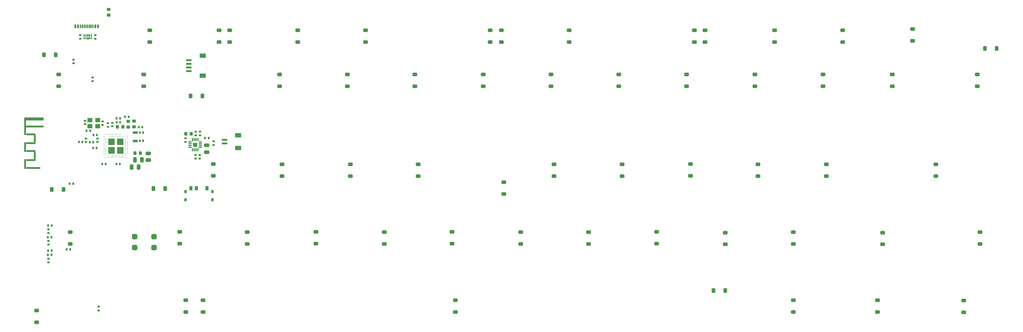
<source format=gbr>
%TF.GenerationSoftware,KiCad,Pcbnew,7.0.1-0*%
%TF.CreationDate,2023-08-05T13:33:11+05:30*%
%TF.ProjectId,Keyboard_60%,4b657962-6f61-4726-945f-3630252e6b69,rev?*%
%TF.SameCoordinates,Original*%
%TF.FileFunction,Paste,Bot*%
%TF.FilePolarity,Positive*%
%FSLAX46Y46*%
G04 Gerber Fmt 4.6, Leading zero omitted, Abs format (unit mm)*
G04 Created by KiCad (PCBNEW 7.0.1-0) date 2023-08-05 13:33:11*
%MOMM*%
%LPD*%
G01*
G04 APERTURE LIST*
G04 Aperture macros list*
%AMRoundRect*
0 Rectangle with rounded corners*
0 $1 Rounding radius*
0 $2 $3 $4 $5 $6 $7 $8 $9 X,Y pos of 4 corners*
0 Add a 4 corners polygon primitive as box body*
4,1,4,$2,$3,$4,$5,$6,$7,$8,$9,$2,$3,0*
0 Add four circle primitives for the rounded corners*
1,1,$1+$1,$2,$3*
1,1,$1+$1,$4,$5*
1,1,$1+$1,$6,$7*
1,1,$1+$1,$8,$9*
0 Add four rect primitives between the rounded corners*
20,1,$1+$1,$2,$3,$4,$5,0*
20,1,$1+$1,$4,$5,$6,$7,0*
20,1,$1+$1,$6,$7,$8,$9,0*
20,1,$1+$1,$8,$9,$2,$3,0*%
G04 Aperture macros list end*
%ADD10C,0.010000*%
%ADD11RoundRect,0.140000X-0.170000X0.140000X-0.170000X-0.140000X0.170000X-0.140000X0.170000X0.140000X0*%
%ADD12RoundRect,0.250000X0.400000X-0.250000X0.400000X0.250000X-0.400000X0.250000X-0.400000X-0.250000X0*%
%ADD13RoundRect,0.225000X0.225000X0.250000X-0.225000X0.250000X-0.225000X-0.250000X0.225000X-0.250000X0*%
%ADD14RoundRect,0.250000X-0.400000X0.250000X-0.400000X-0.250000X0.400000X-0.250000X0.400000X0.250000X0*%
%ADD15C,0.250000*%
%ADD16RoundRect,0.140000X0.140000X0.170000X-0.140000X0.170000X-0.140000X-0.170000X0.140000X-0.170000X0*%
%ADD17R,1.800000X1.200000*%
%ADD18R,1.550000X0.600000*%
%ADD19RoundRect,0.135000X0.185000X-0.135000X0.185000X0.135000X-0.185000X0.135000X-0.185000X-0.135000X0*%
%ADD20RoundRect,0.250000X-0.250000X-0.400000X0.250000X-0.400000X0.250000X0.400000X-0.250000X0.400000X0*%
%ADD21RoundRect,0.147500X0.147500X0.172500X-0.147500X0.172500X-0.147500X-0.172500X0.147500X-0.172500X0*%
%ADD22RoundRect,0.250000X0.250000X0.400000X-0.250000X0.400000X-0.250000X-0.400000X0.250000X-0.400000X0*%
%ADD23R,0.800000X0.950000*%
%ADD24R,0.900000X1.250000*%
%ADD25RoundRect,0.140000X-0.140000X-0.170000X0.140000X-0.170000X0.140000X0.170000X-0.140000X0.170000X0*%
%ADD26RoundRect,0.135000X-0.135000X-0.185000X0.135000X-0.185000X0.135000X0.185000X-0.135000X0.185000X0*%
%ADD27RoundRect,0.250000X-0.250000X-0.475000X0.250000X-0.475000X0.250000X0.475000X-0.250000X0.475000X0*%
%ADD28RoundRect,0.135000X-0.185000X0.135000X-0.185000X-0.135000X0.185000X-0.135000X0.185000X0.135000X0*%
%ADD29RoundRect,0.140000X0.170000X-0.140000X0.170000X0.140000X-0.170000X0.140000X-0.170000X-0.140000X0*%
%ADD30RoundRect,0.250000X-0.475000X0.250000X-0.475000X-0.250000X0.475000X-0.250000X0.475000X0.250000X0*%
%ADD31RoundRect,0.218750X-0.256250X0.218750X-0.256250X-0.218750X0.256250X-0.218750X0.256250X0.218750X0*%
%ADD32RoundRect,0.006000X0.094000X-0.276500X0.094000X0.276500X-0.094000X0.276500X-0.094000X-0.276500X0*%
%ADD33RoundRect,0.218750X0.256250X-0.218750X0.256250X0.218750X-0.256250X0.218750X-0.256250X-0.218750X0*%
%ADD34RoundRect,0.135000X0.135000X0.185000X-0.135000X0.185000X-0.135000X-0.185000X0.135000X-0.185000X0*%
%ADD35RoundRect,0.375000X0.375000X0.375000X-0.375000X0.375000X-0.375000X-0.375000X0.375000X-0.375000X0*%
%ADD36R,1.350000X0.650000*%
%ADD37R,1.400000X1.200000*%
%ADD38R,0.600000X1.140000*%
%ADD39R,0.300000X1.140000*%
%ADD40RoundRect,0.225000X-0.250000X0.225000X-0.250000X-0.225000X0.250000X-0.225000X0.250000X0.225000X0*%
%ADD41RoundRect,0.218750X0.218750X0.256250X-0.218750X0.256250X-0.218750X-0.256250X0.218750X-0.256250X0*%
%ADD42RoundRect,0.007800X0.422200X0.122200X-0.422200X0.122200X-0.422200X-0.122200X0.422200X-0.122200X0*%
%ADD43RoundRect,0.007800X0.122200X-0.422200X0.122200X0.422200X-0.122200X0.422200X-0.122200X-0.422200X0*%
%ADD44R,0.500000X5.000000*%
%ADD45R,0.500000X0.500000*%
%ADD46R,4.900000X0.500000*%
%ADD47R,2.640000X0.500000*%
%ADD48R,0.500000X2.000000*%
%ADD49R,0.500000X2.700000*%
%ADD50R,3.940000X0.500000*%
%ADD51R,4.900000X0.900000*%
%ADD52RoundRect,0.147500X-0.147500X-0.172500X0.147500X-0.172500X0.147500X0.172500X-0.147500X0.172500X0*%
G04 APERTURE END LIST*
%TO.C,U3*%
D10*
X28575000Y-42075000D02*
X26855000Y-42075000D01*
X26855000Y-40355000D01*
X28575000Y-40355000D01*
X28575000Y-42075000D01*
G36*
X28575000Y-42075000D02*
G01*
X26855000Y-42075000D01*
X26855000Y-40355000D01*
X28575000Y-40355000D01*
X28575000Y-42075000D01*
G37*
X28575000Y-39645000D02*
X26855000Y-39645000D01*
X26855000Y-37925000D01*
X28575000Y-37925000D01*
X28575000Y-39645000D01*
G36*
X28575000Y-39645000D02*
G01*
X26855000Y-39645000D01*
X26855000Y-37925000D01*
X28575000Y-37925000D01*
X28575000Y-39645000D01*
G37*
X26145000Y-42075000D02*
X24425000Y-42075000D01*
X24425000Y-40355000D01*
X26145000Y-40355000D01*
X26145000Y-42075000D01*
G36*
X26145000Y-42075000D02*
G01*
X24425000Y-42075000D01*
X24425000Y-40355000D01*
X26145000Y-40355000D01*
X26145000Y-42075000D01*
G37*
X26145000Y-39645000D02*
X24425000Y-39645000D01*
X24425000Y-37925000D01*
X26145000Y-37925000D01*
X26145000Y-39645000D01*
G36*
X26145000Y-39645000D02*
G01*
X24425000Y-39645000D01*
X24425000Y-37925000D01*
X26145000Y-37925000D01*
X26145000Y-39645000D01*
G37*
%TO.C,U4*%
X18823000Y-9603500D02*
X18825000Y-9603500D01*
X18828000Y-9604500D01*
X18830000Y-9604500D01*
X18833000Y-9605500D01*
X18835000Y-9606500D01*
X18838000Y-9607500D01*
X18840000Y-9609500D01*
X18842000Y-9610500D01*
X18844000Y-9612500D01*
X18846000Y-9613500D01*
X18848000Y-9615500D01*
X18850000Y-9617500D01*
X18852000Y-9619500D01*
X18854000Y-9621500D01*
X18855000Y-9623500D01*
X18857000Y-9625500D01*
X18858000Y-9627500D01*
X18860000Y-9629500D01*
X18861000Y-9632500D01*
X18862000Y-9634500D01*
X18863000Y-9637500D01*
X18863000Y-9639500D01*
X18864000Y-9642500D01*
X18864000Y-9644500D01*
X18865000Y-9647500D01*
X18865000Y-9649500D01*
X18865000Y-9652500D01*
X18865000Y-10117500D01*
X18865000Y-10120500D01*
X18865000Y-10122500D01*
X18864000Y-10125500D01*
X18864000Y-10127500D01*
X18863000Y-10130500D01*
X18863000Y-10132500D01*
X18862000Y-10135500D01*
X18861000Y-10137500D01*
X18860000Y-10140500D01*
X18858000Y-10142500D01*
X18857000Y-10144500D01*
X18855000Y-10146500D01*
X18854000Y-10148500D01*
X18852000Y-10150500D01*
X18850000Y-10152500D01*
X18848000Y-10154500D01*
X18846000Y-10156500D01*
X18844000Y-10157500D01*
X18842000Y-10159500D01*
X18840000Y-10160500D01*
X18838000Y-10162500D01*
X18835000Y-10163500D01*
X18833000Y-10164500D01*
X18830000Y-10165500D01*
X18828000Y-10165500D01*
X18825000Y-10166500D01*
X18823000Y-10166500D01*
X18820000Y-10167500D01*
X18818000Y-10167500D01*
X18815000Y-10167500D01*
X18555000Y-10167500D01*
X18552000Y-10167500D01*
X18550000Y-10167500D01*
X18547000Y-10166500D01*
X18545000Y-10166500D01*
X18542000Y-10165500D01*
X18540000Y-10165500D01*
X18537000Y-10164500D01*
X18535000Y-10163500D01*
X18532000Y-10162500D01*
X18530000Y-10160500D01*
X18528000Y-10159500D01*
X18526000Y-10157500D01*
X18524000Y-10156500D01*
X18522000Y-10154500D01*
X18520000Y-10152500D01*
X18518000Y-10150500D01*
X18516000Y-10148500D01*
X18515000Y-10146500D01*
X18513000Y-10144500D01*
X18512000Y-10142500D01*
X18510000Y-10140500D01*
X18509000Y-10137500D01*
X18508000Y-10135500D01*
X18507000Y-10132500D01*
X18507000Y-10130500D01*
X18506000Y-10127500D01*
X18506000Y-10125500D01*
X18505000Y-10122500D01*
X18505000Y-10120500D01*
X18505000Y-10117500D01*
X18505000Y-9652500D01*
X18505000Y-9649500D01*
X18505000Y-9647500D01*
X18506000Y-9644500D01*
X18506000Y-9642500D01*
X18507000Y-9639500D01*
X18507000Y-9637500D01*
X18508000Y-9634500D01*
X18509000Y-9632500D01*
X18510000Y-9629500D01*
X18512000Y-9627500D01*
X18513000Y-9625500D01*
X18515000Y-9623500D01*
X18516000Y-9621500D01*
X18518000Y-9619500D01*
X18520000Y-9617500D01*
X18522000Y-9615500D01*
X18524000Y-9613500D01*
X18526000Y-9612500D01*
X18528000Y-9610500D01*
X18530000Y-9609500D01*
X18532000Y-9607500D01*
X18535000Y-9606500D01*
X18537000Y-9605500D01*
X18540000Y-9604500D01*
X18542000Y-9604500D01*
X18545000Y-9603500D01*
X18547000Y-9603500D01*
X18550000Y-9602500D01*
X18552000Y-9602500D01*
X18555000Y-9602500D01*
X18815000Y-9602500D01*
X18818000Y-9602500D01*
X18820000Y-9602500D01*
X18823000Y-9603500D01*
G36*
X18823000Y-9603500D02*
G01*
X18825000Y-9603500D01*
X18828000Y-9604500D01*
X18830000Y-9604500D01*
X18833000Y-9605500D01*
X18835000Y-9606500D01*
X18838000Y-9607500D01*
X18840000Y-9609500D01*
X18842000Y-9610500D01*
X18844000Y-9612500D01*
X18846000Y-9613500D01*
X18848000Y-9615500D01*
X18850000Y-9617500D01*
X18852000Y-9619500D01*
X18854000Y-9621500D01*
X18855000Y-9623500D01*
X18857000Y-9625500D01*
X18858000Y-9627500D01*
X18860000Y-9629500D01*
X18861000Y-9632500D01*
X18862000Y-9634500D01*
X18863000Y-9637500D01*
X18863000Y-9639500D01*
X18864000Y-9642500D01*
X18864000Y-9644500D01*
X18865000Y-9647500D01*
X18865000Y-9649500D01*
X18865000Y-9652500D01*
X18865000Y-10117500D01*
X18865000Y-10120500D01*
X18865000Y-10122500D01*
X18864000Y-10125500D01*
X18864000Y-10127500D01*
X18863000Y-10130500D01*
X18863000Y-10132500D01*
X18862000Y-10135500D01*
X18861000Y-10137500D01*
X18860000Y-10140500D01*
X18858000Y-10142500D01*
X18857000Y-10144500D01*
X18855000Y-10146500D01*
X18854000Y-10148500D01*
X18852000Y-10150500D01*
X18850000Y-10152500D01*
X18848000Y-10154500D01*
X18846000Y-10156500D01*
X18844000Y-10157500D01*
X18842000Y-10159500D01*
X18840000Y-10160500D01*
X18838000Y-10162500D01*
X18835000Y-10163500D01*
X18833000Y-10164500D01*
X18830000Y-10165500D01*
X18828000Y-10165500D01*
X18825000Y-10166500D01*
X18823000Y-10166500D01*
X18820000Y-10167500D01*
X18818000Y-10167500D01*
X18815000Y-10167500D01*
X18555000Y-10167500D01*
X18552000Y-10167500D01*
X18550000Y-10167500D01*
X18547000Y-10166500D01*
X18545000Y-10166500D01*
X18542000Y-10165500D01*
X18540000Y-10165500D01*
X18537000Y-10164500D01*
X18535000Y-10163500D01*
X18532000Y-10162500D01*
X18530000Y-10160500D01*
X18528000Y-10159500D01*
X18526000Y-10157500D01*
X18524000Y-10156500D01*
X18522000Y-10154500D01*
X18520000Y-10152500D01*
X18518000Y-10150500D01*
X18516000Y-10148500D01*
X18515000Y-10146500D01*
X18513000Y-10144500D01*
X18512000Y-10142500D01*
X18510000Y-10140500D01*
X18509000Y-10137500D01*
X18508000Y-10135500D01*
X18507000Y-10132500D01*
X18507000Y-10130500D01*
X18506000Y-10127500D01*
X18506000Y-10125500D01*
X18505000Y-10122500D01*
X18505000Y-10120500D01*
X18505000Y-10117500D01*
X18505000Y-9652500D01*
X18505000Y-9649500D01*
X18505000Y-9647500D01*
X18506000Y-9644500D01*
X18506000Y-9642500D01*
X18507000Y-9639500D01*
X18507000Y-9637500D01*
X18508000Y-9634500D01*
X18509000Y-9632500D01*
X18510000Y-9629500D01*
X18512000Y-9627500D01*
X18513000Y-9625500D01*
X18515000Y-9623500D01*
X18516000Y-9621500D01*
X18518000Y-9619500D01*
X18520000Y-9617500D01*
X18522000Y-9615500D01*
X18524000Y-9613500D01*
X18526000Y-9612500D01*
X18528000Y-9610500D01*
X18530000Y-9609500D01*
X18532000Y-9607500D01*
X18535000Y-9606500D01*
X18537000Y-9605500D01*
X18540000Y-9604500D01*
X18542000Y-9604500D01*
X18545000Y-9603500D01*
X18547000Y-9603500D01*
X18550000Y-9602500D01*
X18552000Y-9602500D01*
X18555000Y-9602500D01*
X18815000Y-9602500D01*
X18818000Y-9602500D01*
X18820000Y-9602500D01*
X18823000Y-9603500D01*
G37*
X18823000Y-8768500D02*
X18825000Y-8768500D01*
X18828000Y-8769500D01*
X18830000Y-8769500D01*
X18833000Y-8770500D01*
X18835000Y-8771500D01*
X18838000Y-8772500D01*
X18840000Y-8774500D01*
X18842000Y-8775500D01*
X18844000Y-8777500D01*
X18846000Y-8778500D01*
X18848000Y-8780500D01*
X18850000Y-8782500D01*
X18852000Y-8784500D01*
X18854000Y-8786500D01*
X18855000Y-8788500D01*
X18857000Y-8790500D01*
X18858000Y-8792500D01*
X18860000Y-8794500D01*
X18861000Y-8797500D01*
X18862000Y-8799500D01*
X18863000Y-8802500D01*
X18863000Y-8804500D01*
X18864000Y-8807500D01*
X18864000Y-8809500D01*
X18865000Y-8812500D01*
X18865000Y-8814500D01*
X18865000Y-8817500D01*
X18865000Y-9282500D01*
X18865000Y-9285500D01*
X18865000Y-9287500D01*
X18864000Y-9290500D01*
X18864000Y-9292500D01*
X18863000Y-9295500D01*
X18863000Y-9297500D01*
X18862000Y-9300500D01*
X18861000Y-9302500D01*
X18860000Y-9305500D01*
X18858000Y-9307500D01*
X18857000Y-9309500D01*
X18855000Y-9311500D01*
X18854000Y-9313500D01*
X18852000Y-9315500D01*
X18850000Y-9317500D01*
X18848000Y-9319500D01*
X18846000Y-9321500D01*
X18844000Y-9322500D01*
X18842000Y-9324500D01*
X18840000Y-9325500D01*
X18838000Y-9327500D01*
X18835000Y-9328500D01*
X18833000Y-9329500D01*
X18830000Y-9330500D01*
X18828000Y-9330500D01*
X18825000Y-9331500D01*
X18823000Y-9331500D01*
X18820000Y-9332500D01*
X18818000Y-9332500D01*
X18815000Y-9332500D01*
X18555000Y-9332500D01*
X18552000Y-9332500D01*
X18550000Y-9332500D01*
X18547000Y-9331500D01*
X18545000Y-9331500D01*
X18542000Y-9330500D01*
X18540000Y-9330500D01*
X18537000Y-9329500D01*
X18535000Y-9328500D01*
X18532000Y-9327500D01*
X18530000Y-9325500D01*
X18528000Y-9324500D01*
X18526000Y-9322500D01*
X18524000Y-9321500D01*
X18522000Y-9319500D01*
X18520000Y-9317500D01*
X18518000Y-9315500D01*
X18516000Y-9313500D01*
X18515000Y-9311500D01*
X18513000Y-9309500D01*
X18512000Y-9307500D01*
X18510000Y-9305500D01*
X18509000Y-9302500D01*
X18508000Y-9300500D01*
X18507000Y-9297500D01*
X18507000Y-9295500D01*
X18506000Y-9292500D01*
X18506000Y-9290500D01*
X18505000Y-9287500D01*
X18505000Y-9285500D01*
X18505000Y-9282500D01*
X18505000Y-8817500D01*
X18505000Y-8814500D01*
X18505000Y-8812500D01*
X18506000Y-8809500D01*
X18506000Y-8807500D01*
X18507000Y-8804500D01*
X18507000Y-8802500D01*
X18508000Y-8799500D01*
X18509000Y-8797500D01*
X18510000Y-8794500D01*
X18512000Y-8792500D01*
X18513000Y-8790500D01*
X18515000Y-8788500D01*
X18516000Y-8786500D01*
X18518000Y-8784500D01*
X18520000Y-8782500D01*
X18522000Y-8780500D01*
X18524000Y-8778500D01*
X18526000Y-8777500D01*
X18528000Y-8775500D01*
X18530000Y-8774500D01*
X18532000Y-8772500D01*
X18535000Y-8771500D01*
X18537000Y-8770500D01*
X18540000Y-8769500D01*
X18542000Y-8769500D01*
X18545000Y-8768500D01*
X18547000Y-8768500D01*
X18550000Y-8767500D01*
X18552000Y-8767500D01*
X18555000Y-8767500D01*
X18815000Y-8767500D01*
X18818000Y-8767500D01*
X18820000Y-8767500D01*
X18823000Y-8768500D01*
G36*
X18823000Y-8768500D02*
G01*
X18825000Y-8768500D01*
X18828000Y-8769500D01*
X18830000Y-8769500D01*
X18833000Y-8770500D01*
X18835000Y-8771500D01*
X18838000Y-8772500D01*
X18840000Y-8774500D01*
X18842000Y-8775500D01*
X18844000Y-8777500D01*
X18846000Y-8778500D01*
X18848000Y-8780500D01*
X18850000Y-8782500D01*
X18852000Y-8784500D01*
X18854000Y-8786500D01*
X18855000Y-8788500D01*
X18857000Y-8790500D01*
X18858000Y-8792500D01*
X18860000Y-8794500D01*
X18861000Y-8797500D01*
X18862000Y-8799500D01*
X18863000Y-8802500D01*
X18863000Y-8804500D01*
X18864000Y-8807500D01*
X18864000Y-8809500D01*
X18865000Y-8812500D01*
X18865000Y-8814500D01*
X18865000Y-8817500D01*
X18865000Y-9282500D01*
X18865000Y-9285500D01*
X18865000Y-9287500D01*
X18864000Y-9290500D01*
X18864000Y-9292500D01*
X18863000Y-9295500D01*
X18863000Y-9297500D01*
X18862000Y-9300500D01*
X18861000Y-9302500D01*
X18860000Y-9305500D01*
X18858000Y-9307500D01*
X18857000Y-9309500D01*
X18855000Y-9311500D01*
X18854000Y-9313500D01*
X18852000Y-9315500D01*
X18850000Y-9317500D01*
X18848000Y-9319500D01*
X18846000Y-9321500D01*
X18844000Y-9322500D01*
X18842000Y-9324500D01*
X18840000Y-9325500D01*
X18838000Y-9327500D01*
X18835000Y-9328500D01*
X18833000Y-9329500D01*
X18830000Y-9330500D01*
X18828000Y-9330500D01*
X18825000Y-9331500D01*
X18823000Y-9331500D01*
X18820000Y-9332500D01*
X18818000Y-9332500D01*
X18815000Y-9332500D01*
X18555000Y-9332500D01*
X18552000Y-9332500D01*
X18550000Y-9332500D01*
X18547000Y-9331500D01*
X18545000Y-9331500D01*
X18542000Y-9330500D01*
X18540000Y-9330500D01*
X18537000Y-9329500D01*
X18535000Y-9328500D01*
X18532000Y-9327500D01*
X18530000Y-9325500D01*
X18528000Y-9324500D01*
X18526000Y-9322500D01*
X18524000Y-9321500D01*
X18522000Y-9319500D01*
X18520000Y-9317500D01*
X18518000Y-9315500D01*
X18516000Y-9313500D01*
X18515000Y-9311500D01*
X18513000Y-9309500D01*
X18512000Y-9307500D01*
X18510000Y-9305500D01*
X18509000Y-9302500D01*
X18508000Y-9300500D01*
X18507000Y-9297500D01*
X18507000Y-9295500D01*
X18506000Y-9292500D01*
X18506000Y-9290500D01*
X18505000Y-9287500D01*
X18505000Y-9285500D01*
X18505000Y-9282500D01*
X18505000Y-8817500D01*
X18505000Y-8814500D01*
X18505000Y-8812500D01*
X18506000Y-8809500D01*
X18506000Y-8807500D01*
X18507000Y-8804500D01*
X18507000Y-8802500D01*
X18508000Y-8799500D01*
X18509000Y-8797500D01*
X18510000Y-8794500D01*
X18512000Y-8792500D01*
X18513000Y-8790500D01*
X18515000Y-8788500D01*
X18516000Y-8786500D01*
X18518000Y-8784500D01*
X18520000Y-8782500D01*
X18522000Y-8780500D01*
X18524000Y-8778500D01*
X18526000Y-8777500D01*
X18528000Y-8775500D01*
X18530000Y-8774500D01*
X18532000Y-8772500D01*
X18535000Y-8771500D01*
X18537000Y-8770500D01*
X18540000Y-8769500D01*
X18542000Y-8769500D01*
X18545000Y-8768500D01*
X18547000Y-8768500D01*
X18550000Y-8767500D01*
X18552000Y-8767500D01*
X18555000Y-8767500D01*
X18815000Y-8767500D01*
X18818000Y-8767500D01*
X18820000Y-8767500D01*
X18823000Y-8768500D01*
G37*
%TO.C,U1*%
X49245000Y-40180000D02*
X48185000Y-40180000D01*
X48185000Y-39120000D01*
X49245000Y-39120000D01*
X49245000Y-40180000D01*
G36*
X49245000Y-40180000D02*
G01*
X48185000Y-40180000D01*
X48185000Y-39120000D01*
X49245000Y-39120000D01*
X49245000Y-40180000D01*
G37*
%TD*%
D11*
%TO.C,C5*%
X22840000Y-33160000D03*
X22840000Y-34120000D03*
%TD*%
D12*
%TO.C,D47*%
X63335000Y-67450000D03*
X63335000Y-64150000D03*
%TD*%
%TO.C,D4*%
X36000000Y-10950000D03*
X36000000Y-7650000D03*
%TD*%
D13*
%TO.C,C14*%
X28525000Y-34650000D03*
X26975000Y-34650000D03*
%TD*%
D14*
%TO.C,D31*%
X267635000Y-20050000D03*
X267635000Y-23350000D03*
%TD*%
D15*
%TO.C,U3*%
X27750000Y-36750000D03*
X27250000Y-36750000D03*
X26750000Y-36750000D03*
X26250000Y-36750000D03*
X25750000Y-36750000D03*
X25250000Y-36750000D03*
X24750000Y-36750000D03*
X24250000Y-36750000D03*
X23750000Y-36750000D03*
X23250000Y-42250000D03*
X29250000Y-42500000D03*
X28500000Y-42750000D03*
X27500000Y-42750000D03*
X27000000Y-42750000D03*
X26500000Y-42750000D03*
X26000000Y-42750000D03*
X25500000Y-42750000D03*
X25000000Y-42750000D03*
X24500000Y-42750000D03*
X23250000Y-42750000D03*
X29250000Y-43250000D03*
X28750000Y-43250000D03*
X28250000Y-43250000D03*
X27750000Y-43250000D03*
X27250000Y-43250000D03*
X26750000Y-43250000D03*
X26250000Y-43250000D03*
X25750000Y-43250000D03*
X25250000Y-43250000D03*
X24750000Y-43250000D03*
X24250000Y-43250000D03*
X23750000Y-43250000D03*
X29750000Y-37250000D03*
X29000000Y-37250000D03*
X28500000Y-37250000D03*
X28000000Y-37250000D03*
X27500000Y-37250000D03*
X27000000Y-37250000D03*
X26500000Y-37250000D03*
X26000000Y-37250000D03*
X25500000Y-37250000D03*
X25000000Y-37250000D03*
X23250000Y-37250000D03*
X29750000Y-37750000D03*
X29250000Y-38000000D03*
X23750000Y-38000000D03*
X23250000Y-38250000D03*
X29250000Y-38500000D03*
X23750000Y-38500000D03*
X29750000Y-38750000D03*
X29250000Y-39000000D03*
X23750000Y-39000000D03*
X29750000Y-39250000D03*
X23250000Y-39250000D03*
X29250000Y-39500000D03*
X29750000Y-39750000D03*
X23250000Y-39750000D03*
X29250000Y-40000000D03*
X29750000Y-40250000D03*
X23250000Y-40250000D03*
X29250000Y-40500000D03*
X23750000Y-40500000D03*
X29750000Y-40750000D03*
X23250000Y-40750000D03*
X29250000Y-41000000D03*
X23750000Y-41000000D03*
X29750000Y-41250000D03*
X23250000Y-41250000D03*
X23750000Y-41500000D03*
X29750000Y-41750000D03*
X23250000Y-41750000D03*
X29250000Y-42000000D03*
X23750000Y-42000000D03*
%TD*%
D16*
%TO.C,C27*%
X33930000Y-34750000D03*
X32970000Y-34750000D03*
%TD*%
D17*
%TO.C,J1*%
X50875000Y-14740000D03*
X50875000Y-20340000D03*
D18*
X47000000Y-16040000D03*
X47000000Y-17040000D03*
X47000000Y-18040000D03*
X47000000Y-19040000D03*
%TD*%
D12*
%TO.C,D45*%
X13735000Y-67450000D03*
X13735000Y-64150000D03*
%TD*%
D19*
%TO.C,R23*%
X21700000Y-86010000D03*
X21700000Y-84990000D03*
%TD*%
D12*
%TO.C,D9*%
X131300000Y-10950000D03*
X131300000Y-7650000D03*
%TD*%
%TO.C,D5*%
X55470000Y-10970000D03*
X55470000Y-7670000D03*
%TD*%
D20*
%TO.C,D62*%
X193750000Y-80500000D03*
X197050000Y-80500000D03*
%TD*%
D14*
%TO.C,D26*%
X167235000Y-20050000D03*
X167235000Y-23350000D03*
%TD*%
D21*
%TO.C,L6*%
X17170000Y-38900000D03*
X16200000Y-38900000D03*
%TD*%
D14*
%TO.C,D21*%
X72335000Y-20050000D03*
X72335000Y-23350000D03*
%TD*%
%TO.C,D23*%
X110235000Y-20050000D03*
X110235000Y-23350000D03*
%TD*%
D12*
%TO.C,D39*%
X149135000Y-48450000D03*
X149135000Y-45150000D03*
%TD*%
%TO.C,D37*%
X111135000Y-48450000D03*
X111135000Y-45150000D03*
%TD*%
D22*
%TO.C,D32*%
X11885000Y-52200000D03*
X8585000Y-52200000D03*
%TD*%
D23*
%TO.C,SW1*%
X53550000Y-55090000D03*
X53550000Y-52790000D03*
X46050000Y-55090000D03*
X46050000Y-52790000D03*
D24*
X52050000Y-51840000D03*
X49050000Y-51840000D03*
X47550000Y-51840000D03*
%TD*%
D12*
%TO.C,D64*%
X239700000Y-86450000D03*
X239700000Y-83150000D03*
%TD*%
D22*
%TO.C,D33*%
X40350000Y-51900000D03*
X37050000Y-51900000D03*
%TD*%
D14*
%TO.C,D27*%
X186235000Y-20050000D03*
X186235000Y-23350000D03*
%TD*%
D12*
%TO.C,D58*%
X4335000Y-89350000D03*
X4335000Y-86050000D03*
%TD*%
D25*
%TO.C,C17*%
X20270000Y-36950000D03*
X21230000Y-36950000D03*
%TD*%
D26*
%TO.C,R18*%
X7625000Y-69300000D03*
X8645000Y-69300000D03*
%TD*%
%TO.C,R15*%
X26740000Y-32250000D03*
X27760000Y-32250000D03*
%TD*%
D16*
%TO.C,C24*%
X23695000Y-45050000D03*
X22735000Y-45050000D03*
%TD*%
D27*
%TO.C,C21*%
X31900000Y-43850000D03*
X33800000Y-43850000D03*
%TD*%
D12*
%TO.C,D35*%
X73035000Y-48450000D03*
X73035000Y-45150000D03*
%TD*%
%TO.C,D53*%
X177835000Y-67350000D03*
X177835000Y-64050000D03*
%TD*%
%TO.C,D48*%
X82535000Y-67350000D03*
X82535000Y-64050000D03*
%TD*%
D14*
%TO.C,D24*%
X129335000Y-20050000D03*
X129335000Y-23350000D03*
%TD*%
D28*
%TO.C,R9*%
X7635000Y-66590000D03*
X7635000Y-67610000D03*
%TD*%
D29*
%TO.C,C6*%
X17915000Y-33930000D03*
X17915000Y-32970000D03*
%TD*%
D12*
%TO.C,D6*%
X58400000Y-10950000D03*
X58400000Y-7650000D03*
%TD*%
D26*
%TO.C,R11*%
X7525000Y-65600000D03*
X8545000Y-65600000D03*
%TD*%
D28*
%TO.C,R2*%
X50035000Y-42495000D03*
X50035000Y-43515000D03*
%TD*%
D12*
%TO.C,D38*%
X135100000Y-53450000D03*
X135100000Y-50150000D03*
%TD*%
%TO.C,D10*%
X134400000Y-10950000D03*
X134400000Y-7650000D03*
%TD*%
%TO.C,D50*%
X120635000Y-67350000D03*
X120635000Y-64050000D03*
%TD*%
%TO.C,D61*%
X121535000Y-86450000D03*
X121535000Y-83150000D03*
%TD*%
D28*
%TO.C,R20*%
X20000000Y-20890000D03*
X20000000Y-21910000D03*
%TD*%
D21*
%TO.C,L1*%
X20235000Y-38950000D03*
X19265000Y-38950000D03*
%TD*%
D30*
%TO.C,C2*%
X51935000Y-39855000D03*
X51935000Y-41755000D03*
%TD*%
D31*
%TO.C,L3*%
X30050000Y-33162500D03*
X30050000Y-34737500D03*
%TD*%
D32*
%TO.C,U4*%
X19685000Y-9885000D03*
X19185000Y-9885000D03*
X18185000Y-9885000D03*
X17685000Y-9885000D03*
X17685000Y-9050000D03*
X18185000Y-9050000D03*
X19185000Y-9050000D03*
X19685000Y-9050000D03*
%TD*%
D33*
%TO.C,L2*%
X24535000Y-3387500D03*
X24535000Y-1812500D03*
%TD*%
D30*
%TO.C,C22*%
X35650000Y-42100000D03*
X35650000Y-44000000D03*
%TD*%
D34*
%TO.C,R21*%
X14610000Y-50550000D03*
X13590000Y-50550000D03*
%TD*%
D12*
%TO.C,D49*%
X101635000Y-67450000D03*
X101635000Y-64150000D03*
%TD*%
D14*
%TO.C,D30*%
X243835000Y-20050000D03*
X243835000Y-23350000D03*
%TD*%
D28*
%TO.C,R14*%
X53900000Y-38730000D03*
X53900000Y-39750000D03*
%TD*%
%TO.C,R4*%
X46000000Y-37840000D03*
X46000000Y-38860000D03*
%TD*%
D12*
%TO.C,D44*%
X256035000Y-48450000D03*
X256035000Y-45150000D03*
%TD*%
D14*
%TO.C,D28*%
X205335000Y-20050000D03*
X205335000Y-23350000D03*
%TD*%
%TO.C,D29*%
X224435000Y-20050000D03*
X224435000Y-23350000D03*
%TD*%
D12*
%TO.C,D55*%
X216135000Y-67450000D03*
X216135000Y-64150000D03*
%TD*%
D20*
%TO.C,D20*%
X47450000Y-26040000D03*
X50750000Y-26040000D03*
%TD*%
D12*
%TO.C,D40*%
X168235000Y-48450000D03*
X168235000Y-45150000D03*
%TD*%
D16*
%TO.C,C7*%
X34195000Y-36250000D03*
X33235000Y-36250000D03*
%TD*%
D12*
%TO.C,D65*%
X263800000Y-86550000D03*
X263800000Y-83250000D03*
%TD*%
D35*
%TO.C,SW2*%
X37225000Y-65400000D03*
X31775000Y-65400000D03*
X37225000Y-68400000D03*
X31775000Y-68400000D03*
%TD*%
D12*
%TO.C,D15*%
X229900000Y-10950000D03*
X229900000Y-7650000D03*
%TD*%
D13*
%TO.C,C1*%
X47675000Y-36600000D03*
X46125000Y-36600000D03*
%TD*%
D12*
%TO.C,D59*%
X46100000Y-86450000D03*
X46100000Y-83150000D03*
%TD*%
D17*
%TO.C,BT1*%
X60800000Y-37000000D03*
X60800000Y-40600000D03*
D18*
X56925000Y-38300000D03*
X56925000Y-39300000D03*
%TD*%
D16*
%TO.C,C8*%
X34195000Y-38550000D03*
X33235000Y-38550000D03*
%TD*%
D12*
%TO.C,D63*%
X216100000Y-86450000D03*
X216100000Y-83150000D03*
%TD*%
D25*
%TO.C,C9*%
X20220000Y-40600000D03*
X21180000Y-40600000D03*
%TD*%
D12*
%TO.C,D57*%
X268335000Y-67450000D03*
X268335000Y-64150000D03*
%TD*%
%TO.C,D51*%
X139835000Y-67450000D03*
X139835000Y-64150000D03*
%TD*%
%TO.C,D43*%
X225335000Y-48450000D03*
X225335000Y-45150000D03*
%TD*%
%TO.C,D60*%
X50900000Y-86450000D03*
X50900000Y-83150000D03*
%TD*%
D36*
%TO.C,Y2*%
X32015000Y-36250000D03*
X32015000Y-38650000D03*
%TD*%
D14*
%TO.C,D22*%
X91335000Y-20050000D03*
X91335000Y-23350000D03*
%TD*%
D34*
%TO.C,R22*%
X13760000Y-68950000D03*
X12740000Y-68950000D03*
%TD*%
D16*
%TO.C,C16*%
X27730000Y-33350000D03*
X26770000Y-33350000D03*
%TD*%
D28*
%TO.C,R17*%
X20835000Y-9040000D03*
X20835000Y-10060000D03*
%TD*%
D14*
%TO.C,D19*%
X34335000Y-20050000D03*
X34335000Y-23350000D03*
%TD*%
D19*
%TO.C,R5*%
X48935000Y-37025000D03*
X48935000Y-36005000D03*
%TD*%
D20*
%TO.C,D17*%
X269750000Y-12700000D03*
X273050000Y-12700000D03*
%TD*%
D29*
%TO.C,C10*%
X21350000Y-38930000D03*
X21350000Y-37970000D03*
%TD*%
D26*
%TO.C,R12*%
X7625000Y-62300000D03*
X8645000Y-62300000D03*
%TD*%
%TO.C,R10*%
X7525000Y-70500000D03*
X8545000Y-70500000D03*
%TD*%
D12*
%TO.C,D36*%
X92135000Y-48450000D03*
X92135000Y-45150000D03*
%TD*%
%TO.C,D12*%
X188400000Y-10950000D03*
X188400000Y-7650000D03*
%TD*%
D28*
%TO.C,R3*%
X50135000Y-35995000D03*
X50135000Y-37015000D03*
%TD*%
D12*
%TO.C,D11*%
X153400000Y-10950000D03*
X153400000Y-7650000D03*
%TD*%
%TO.C,D46*%
X44435000Y-67350000D03*
X44435000Y-64050000D03*
%TD*%
D37*
%TO.C,Y1*%
X21515000Y-34500000D03*
X19315000Y-34500000D03*
X19315000Y-32800000D03*
X21515000Y-32800000D03*
%TD*%
D26*
%TO.C,TH1*%
X51490000Y-37800000D03*
X52510000Y-37800000D03*
%TD*%
D38*
%TO.C,J4*%
X15200000Y-6550000D03*
X16000000Y-6550000D03*
D39*
X17150000Y-6550000D03*
X18150000Y-6550000D03*
X18650000Y-6550000D03*
X19650000Y-6550000D03*
D38*
X21600000Y-6550000D03*
X20800000Y-6550000D03*
D39*
X20150000Y-6550000D03*
X19150000Y-6550000D03*
X17650000Y-6550000D03*
X16650000Y-6550000D03*
%TD*%
D12*
%TO.C,D7*%
X77400000Y-10950000D03*
X77400000Y-7650000D03*
%TD*%
%TO.C,D8*%
X96400000Y-10950000D03*
X96400000Y-7650000D03*
%TD*%
%TO.C,D34*%
X53835000Y-48350000D03*
X53835000Y-45050000D03*
%TD*%
%TO.C,D56*%
X241135000Y-67550000D03*
X241135000Y-64250000D03*
%TD*%
D14*
%TO.C,D18*%
X10585000Y-20050000D03*
X10585000Y-23350000D03*
%TD*%
D22*
%TO.C,D3*%
X9735000Y-14550000D03*
X6435000Y-14550000D03*
%TD*%
D12*
%TO.C,D54*%
X197035000Y-67550000D03*
X197035000Y-64250000D03*
%TD*%
D11*
%TO.C,C12*%
X25550000Y-33570000D03*
X25550000Y-34530000D03*
%TD*%
D25*
%TO.C,C13*%
X18370000Y-35750000D03*
X19330000Y-35750000D03*
%TD*%
D29*
%TO.C,C26*%
X24365000Y-34630000D03*
X24365000Y-33670000D03*
%TD*%
D12*
%TO.C,D16*%
X249500000Y-10650000D03*
X249500000Y-7350000D03*
%TD*%
D28*
%TO.C,R13*%
X7700000Y-63390000D03*
X7700000Y-64410000D03*
%TD*%
D12*
%TO.C,D13*%
X191400000Y-10950000D03*
X191400000Y-7650000D03*
%TD*%
D29*
%TO.C,C11*%
X18185000Y-38930000D03*
X18185000Y-37970000D03*
%TD*%
D28*
%TO.C,R19*%
X14700000Y-15880000D03*
X14700000Y-16900000D03*
%TD*%
D12*
%TO.C,D42*%
X206235000Y-48450000D03*
X206235000Y-45150000D03*
%TD*%
%TO.C,D41*%
X187335000Y-48350000D03*
X187335000Y-45050000D03*
%TD*%
D40*
%TO.C,C23*%
X31650000Y-33075000D03*
X31650000Y-34625000D03*
%TD*%
D12*
%TO.C,D52*%
X158835000Y-67450000D03*
X158835000Y-64150000D03*
%TD*%
D28*
%TO.C,R16*%
X16585000Y-9040000D03*
X16585000Y-10060000D03*
%TD*%
D41*
%TO.C,L5*%
X33437500Y-42050000D03*
X31862500Y-42050000D03*
%TD*%
D42*
%TO.C,U1*%
X50150000Y-38900000D03*
X50150000Y-39400000D03*
X50150000Y-39900000D03*
X50150000Y-40400000D03*
D43*
X49465000Y-41085000D03*
X48965000Y-41085000D03*
X48465000Y-41085000D03*
X47965000Y-41085000D03*
D42*
X47280000Y-40400000D03*
X47280000Y-39900000D03*
X47280000Y-39400000D03*
X47280000Y-38900000D03*
D43*
X47965000Y-38215000D03*
X48465000Y-38215000D03*
X48965000Y-38215000D03*
X49465000Y-38215000D03*
%TD*%
D25*
%TO.C,C25*%
X26735000Y-45050000D03*
X27695000Y-45050000D03*
%TD*%
D14*
%TO.C,D25*%
X148335000Y-20050000D03*
X148335000Y-23350000D03*
%TD*%
D12*
%TO.C,D14*%
X210900000Y-10950000D03*
X210900000Y-7650000D03*
%TD*%
D44*
%TO.C,AE1*%
X1195000Y-34500000D03*
D45*
X6095000Y-34550000D03*
D46*
X3895000Y-34550000D03*
D47*
X2765000Y-36750000D03*
D48*
X3835000Y-38000000D03*
D47*
X2765000Y-39250000D03*
D49*
X1195000Y-40350000D03*
D47*
X2765000Y-41450000D03*
D48*
X3835000Y-42700000D03*
D47*
X2765000Y-43950000D03*
D49*
X1195000Y-45050000D03*
D50*
X3415000Y-46150000D03*
D51*
X3895000Y-32450000D03*
%TD*%
D52*
%TO.C,L4*%
X29115000Y-31900000D03*
X30085000Y-31900000D03*
%TD*%
D27*
%TO.C,C20*%
X31000000Y-45950000D03*
X32900000Y-45950000D03*
%TD*%
D28*
%TO.C,R1*%
X48785000Y-42495000D03*
X48785000Y-43515000D03*
%TD*%
%TO.C,R8*%
X7635000Y-71590000D03*
X7635000Y-72610000D03*
%TD*%
M02*

</source>
